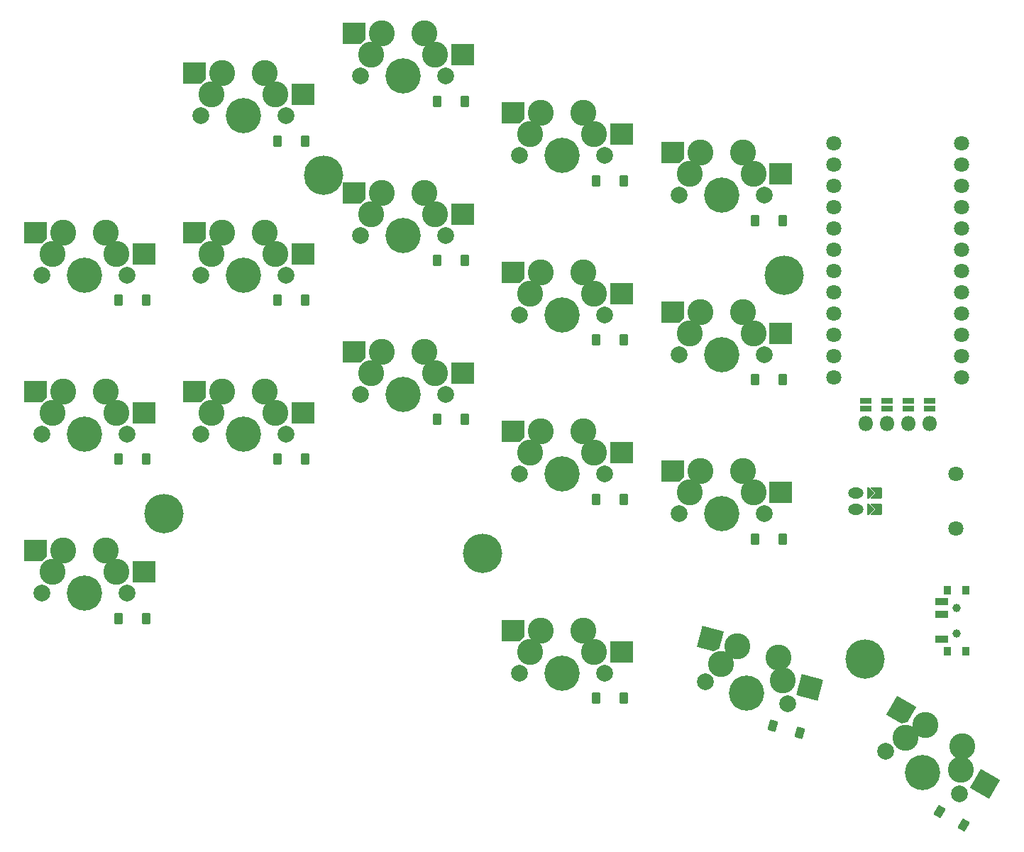
<source format=gbr>
%TF.GenerationSoftware,KiCad,Pcbnew,9.0.7*%
%TF.CreationDate,2026-01-30T15:33:05-05:00*%
%TF.ProjectId,v4,76342e6b-6963-4616-945f-706362585858,rev?*%
%TF.SameCoordinates,Original*%
%TF.FileFunction,Soldermask,Top*%
%TF.FilePolarity,Negative*%
%FSLAX46Y46*%
G04 Gerber Fmt 4.6, Leading zero omitted, Abs format (unit mm)*
G04 Created by KiCad (PCBNEW 9.0.7) date 2026-01-30 15:33:05*
%MOMM*%
%LPD*%
G01*
G04 APERTURE LIST*
G04 Aperture macros list*
%AMRoundRect*
0 Rectangle with rounded corners*
0 $1 Rounding radius*
0 $2 $3 $4 $5 $6 $7 $8 $9 X,Y pos of 4 corners*
0 Add a 4 corners polygon primitive as box body*
4,1,4,$2,$3,$4,$5,$6,$7,$8,$9,$2,$3,0*
0 Add four circle primitives for the rounded corners*
1,1,$1+$1,$2,$3*
1,1,$1+$1,$4,$5*
1,1,$1+$1,$6,$7*
1,1,$1+$1,$8,$9*
0 Add four rect primitives between the rounded corners*
20,1,$1+$1,$2,$3,$4,$5,0*
20,1,$1+$1,$4,$5,$6,$7,0*
20,1,$1+$1,$6,$7,$8,$9,0*
20,1,$1+$1,$8,$9,$2,$3,0*%
%AMFreePoly0*
4,1,16,0.635355,0.285355,0.650000,0.250000,0.650000,-1.000000,0.635355,-1.035355,0.600000,-1.050000,0.564645,-1.035355,0.000000,-0.470710,-0.564645,-1.035355,-0.600000,-1.050000,-0.635355,-1.035355,-0.650000,-1.000000,-0.650000,0.250000,-0.635355,0.285355,-0.600000,0.300000,0.600000,0.300000,0.635355,0.285355,0.635355,0.285355,$1*%
%AMFreePoly1*
4,1,14,0.035355,0.435355,0.635355,-0.164645,0.650000,-0.200000,0.650000,-0.400000,0.635355,-0.435355,0.600000,-0.450000,-0.600000,-0.450000,-0.635355,-0.435355,-0.650000,-0.400000,-0.650000,-0.200000,-0.635355,-0.164645,-0.035355,0.435355,0.000000,0.450000,0.035355,0.435355,0.035355,0.435355,$1*%
%AMFreePoly2*
4,1,14,1.310355,1.285355,1.325000,1.250000,1.325000,-0.750000,1.310355,-0.785355,0.810355,-1.285355,0.775000,-1.300000,-1.275000,-1.300000,-1.310355,-1.285355,-1.325000,-1.250000,-1.325000,1.250000,-1.310355,1.285355,-1.275000,1.300000,1.275000,1.300000,1.310355,1.285355,1.310355,1.285355,$1*%
G04 Aperture macros list end*
%ADD10C,4.700000*%
%ADD11RoundRect,0.050000X0.450000X0.600000X-0.450000X0.600000X-0.450000X-0.600000X0.450000X-0.600000X0*%
%ADD12RoundRect,0.050000X0.589958X0.463087X-0.279375X0.696024X-0.589958X-0.463087X0.279375X-0.696024X0*%
%ADD13C,1.800000*%
%ADD14FreePoly0,270.000000*%
%ADD15O,1.850000X1.300000*%
%ADD16FreePoly1,270.000000*%
%ADD17RoundRect,0.050000X0.400000X-0.500000X0.400000X0.500000X-0.400000X0.500000X-0.400000X-0.500000X0*%
%ADD18C,1.000000*%
%ADD19RoundRect,0.050000X0.750000X-0.350000X0.750000X0.350000X-0.750000X0.350000X-0.750000X-0.350000X0*%
%ADD20RoundRect,0.050000X0.689711X0.294615X-0.089711X0.744615X-0.689711X-0.294615X0.089711X-0.744615X0*%
%ADD21O,1.800000X1.800000*%
%ADD22RoundRect,0.050000X0.600000X-0.300000X0.600000X0.300000X-0.600000X0.300000X-0.600000X-0.300000X0*%
%ADD23C,2.000000*%
%ADD24C,3.100000*%
%ADD25C,4.200000*%
%ADD26RoundRect,0.050000X-1.275000X-1.250000X1.275000X-1.250000X1.275000X1.250000X-1.275000X1.250000X0*%
%ADD27FreePoly2,0.000000*%
%ADD28RoundRect,0.050000X-1.555079X-0.877413X0.908032X-1.537402X1.555079X0.877413X-0.908032X1.537402X0*%
%ADD29FreePoly2,345.000000*%
%ADD30RoundRect,0.050000X-1.729182X-0.445032X0.479182X-1.720032X1.729182X0.445032X-0.479182X1.720032X0*%
%ADD31FreePoly2,330.000000*%
G04 APERTURE END LIST*
D10*
%TO.C,MH1*%
X106610000Y-100510000D03*
%TD*%
%TO.C,MH5*%
X144610000Y-105260000D03*
%TD*%
D11*
%TO.C,D3*%
X104460000Y-75010000D03*
X101160000Y-75010000D03*
%TD*%
%TO.C,D4*%
X123460000Y-94010000D03*
X120160000Y-94010000D03*
%TD*%
D12*
%TO.C,D17*%
X182433098Y-126685096D03*
X179245542Y-125830996D03*
%TD*%
D13*
%TO.C,RST1*%
X201110000Y-95760000D03*
X201110000Y-102260000D03*
%TD*%
D11*
%TO.C,D6*%
X123460000Y-56010000D03*
X120160000Y-56010000D03*
%TD*%
D13*
%TO.C,MCU1*%
X201730000Y-56310000D03*
X201730000Y-58850000D03*
X201730000Y-61390000D03*
X201730000Y-63930000D03*
X201730000Y-66470000D03*
X201730000Y-69010000D03*
X201730000Y-71550000D03*
X201730000Y-74090000D03*
X201730000Y-76630000D03*
X201730000Y-79170000D03*
X201730000Y-81710000D03*
X201730000Y-84250000D03*
X186490000Y-84250000D03*
X186490000Y-81710000D03*
X186490000Y-79170000D03*
X186490000Y-76630000D03*
X186490000Y-74090000D03*
X186490000Y-71550000D03*
X186490000Y-69010000D03*
X186490000Y-66470000D03*
X186490000Y-63930000D03*
X186490000Y-61390000D03*
X186490000Y-58850000D03*
X186490000Y-56310000D03*
%TD*%
D11*
%TO.C,D5*%
X123460000Y-75010000D03*
X120160000Y-75010000D03*
%TD*%
%TO.C,D2*%
X104460000Y-94010000D03*
X101160000Y-94010000D03*
%TD*%
D14*
%TO.C,JST1*%
X191926000Y-100010000D03*
X191926000Y-98010000D03*
D15*
X189110000Y-100010000D03*
X189110000Y-98010000D03*
D16*
X190910000Y-100010000D03*
X190910000Y-98010000D03*
%TD*%
D11*
%TO.C,D13*%
X180460000Y-103510000D03*
X177160000Y-103510000D03*
%TD*%
%TO.C,D14*%
X180460000Y-84510000D03*
X177160000Y-84510000D03*
%TD*%
D10*
%TO.C,MH2*%
X125610000Y-60135000D03*
%TD*%
D17*
%TO.C,PWR1*%
X200025000Y-109610000D03*
X200025000Y-116910000D03*
D18*
X201135000Y-111760000D03*
X201135000Y-114760000D03*
D17*
X202235000Y-109610000D03*
X202235000Y-116910000D03*
D19*
X199375000Y-115510000D03*
X199375000Y-112510000D03*
X199375000Y-111010000D03*
%TD*%
D11*
%TO.C,D15*%
X180460000Y-65510000D03*
X177160000Y-65510000D03*
%TD*%
%TO.C,D9*%
X142460000Y-51260000D03*
X139160000Y-51260000D03*
%TD*%
%TO.C,D11*%
X161460000Y-79760000D03*
X158160000Y-79760000D03*
%TD*%
%TO.C,D16*%
X161460000Y-122510000D03*
X158160000Y-122510000D03*
%TD*%
D20*
%TO.C,D18*%
X201975287Y-137658076D03*
X199117403Y-136008076D03*
%TD*%
D11*
%TO.C,D1*%
X104460000Y-113010000D03*
X101160000Y-113010000D03*
%TD*%
%TO.C,D7*%
X142460000Y-89260000D03*
X139160000Y-89260000D03*
%TD*%
%TO.C,D8*%
X142460000Y-70260000D03*
X139160000Y-70260000D03*
%TD*%
D21*
%TO.C,DISP1*%
X190300000Y-89710000D03*
X192840000Y-89710000D03*
X195380000Y-89710000D03*
X197920000Y-89710000D03*
D22*
X190300000Y-87960000D03*
X192840000Y-87960000D03*
X195380000Y-87960000D03*
X197920000Y-87960000D03*
X190300000Y-87060000D03*
X192840000Y-87060000D03*
X195380000Y-87060000D03*
X197920000Y-87060000D03*
%TD*%
D10*
%TO.C,MH3*%
X190245493Y-117858144D03*
%TD*%
D11*
%TO.C,D10*%
X161460000Y-98760000D03*
X158160000Y-98760000D03*
%TD*%
D10*
%TO.C,MH4*%
X180610000Y-72010000D03*
%TD*%
D11*
%TO.C,D12*%
X161460000Y-60760000D03*
X158160000Y-60760000D03*
%TD*%
D23*
%TO.C,S7*%
X130030000Y-86260000D03*
D24*
X131300000Y-83720000D03*
X132570000Y-81180000D03*
D25*
X135110000Y-86260000D03*
D24*
X137650000Y-81180000D03*
X138920000Y-83720000D03*
D23*
X140190000Y-86260000D03*
D26*
X142195000Y-83720000D03*
D27*
X129268000Y-81180000D03*
%TD*%
D23*
%TO.C,S11*%
X149030000Y-76760000D03*
D24*
X150300000Y-74220000D03*
X151570000Y-71680000D03*
D25*
X154110000Y-76760000D03*
D24*
X156650000Y-71680000D03*
X157920000Y-74220000D03*
D23*
X159190000Y-76760000D03*
D26*
X161195000Y-74220000D03*
D27*
X148268000Y-71680000D03*
%TD*%
D23*
%TO.C,S8*%
X130030000Y-67260000D03*
D24*
X131300000Y-64720000D03*
X132570000Y-62180000D03*
D25*
X135110000Y-67260000D03*
D24*
X137650000Y-62180000D03*
X138920000Y-64720000D03*
D23*
X140190000Y-67260000D03*
D26*
X142195000Y-64720000D03*
D27*
X129268000Y-62180000D03*
%TD*%
D23*
%TO.C,S5*%
X111030000Y-72010000D03*
D24*
X112300000Y-69470000D03*
X113570000Y-66930000D03*
D25*
X116110000Y-72010000D03*
D24*
X118650000Y-66930000D03*
X119920000Y-69470000D03*
D23*
X121190000Y-72010000D03*
D26*
X123195000Y-69470000D03*
D27*
X110268000Y-66930000D03*
%TD*%
D23*
%TO.C,S9*%
X130030000Y-48260000D03*
D24*
X131300000Y-45720000D03*
X132570000Y-43180000D03*
D25*
X135110000Y-48260000D03*
D24*
X137650000Y-43180000D03*
X138920000Y-45720000D03*
D23*
X140190000Y-48260000D03*
D26*
X142195000Y-45720000D03*
D27*
X129268000Y-43180000D03*
%TD*%
D23*
%TO.C,S17*%
X171203097Y-120570199D03*
D24*
X173087223Y-118445448D03*
X174971349Y-116320696D03*
D25*
X176110000Y-121885000D03*
D24*
X179878252Y-117635497D03*
X180447578Y-120417649D03*
D23*
X181016903Y-123199801D03*
D28*
X183610985Y-121265281D03*
D29*
X171781862Y-115466076D03*
%TD*%
D23*
%TO.C,S15*%
X168030000Y-62510000D03*
D24*
X169300000Y-59970000D03*
X170570000Y-57430000D03*
D25*
X173110000Y-62510000D03*
D24*
X175650000Y-57430000D03*
X176920000Y-59970000D03*
D23*
X178190000Y-62510000D03*
D26*
X180195000Y-59970000D03*
D27*
X167268000Y-57430000D03*
%TD*%
D23*
%TO.C,S13*%
X168030000Y-100510000D03*
D24*
X169300000Y-97970000D03*
X170570000Y-95430000D03*
D25*
X173110000Y-100510000D03*
D24*
X175650000Y-95430000D03*
X176920000Y-97970000D03*
D23*
X178190000Y-100510000D03*
D26*
X180195000Y-97970000D03*
D27*
X167268000Y-95430000D03*
%TD*%
D23*
%TO.C,S2*%
X92030000Y-91010000D03*
D24*
X93300000Y-88470000D03*
X94570000Y-85930000D03*
D25*
X97110000Y-91010000D03*
D24*
X99650000Y-85930000D03*
X100920000Y-88470000D03*
D23*
X102190000Y-91010000D03*
D26*
X104195000Y-88470000D03*
D27*
X91268000Y-85930000D03*
%TD*%
D23*
%TO.C,S14*%
X168030000Y-81510000D03*
D24*
X169300000Y-78970000D03*
X170570000Y-76430000D03*
D25*
X173110000Y-81510000D03*
D24*
X175650000Y-76430000D03*
X176920000Y-78970000D03*
D23*
X178190000Y-81510000D03*
D26*
X180195000Y-78970000D03*
D27*
X167268000Y-76430000D03*
%TD*%
D23*
%TO.C,S18*%
X192710591Y-128845000D03*
D24*
X195080443Y-127280295D03*
X197450295Y-125715591D03*
D25*
X197110000Y-131385000D03*
D24*
X201849705Y-128255591D03*
X201679557Y-131090295D03*
D23*
X201509409Y-133925000D03*
D30*
X204515790Y-132727795D03*
D31*
X194590680Y-124064591D03*
%TD*%
D23*
%TO.C,S1*%
X92030000Y-110010000D03*
D24*
X93300000Y-107470000D03*
X94570000Y-104930000D03*
D25*
X97110000Y-110010000D03*
D24*
X99650000Y-104930000D03*
X100920000Y-107470000D03*
D23*
X102190000Y-110010000D03*
D26*
X104195000Y-107470000D03*
D27*
X91268000Y-104930000D03*
%TD*%
D23*
%TO.C,S6*%
X111030000Y-53010000D03*
D24*
X112300000Y-50470000D03*
X113570000Y-47930000D03*
D25*
X116110000Y-53010000D03*
D24*
X118650000Y-47930000D03*
X119920000Y-50470000D03*
D23*
X121190000Y-53010000D03*
D26*
X123195000Y-50470000D03*
D27*
X110268000Y-47930000D03*
%TD*%
D23*
%TO.C,S12*%
X149030000Y-57760000D03*
D24*
X150300000Y-55220000D03*
X151570000Y-52680000D03*
D25*
X154110000Y-57760000D03*
D24*
X156650000Y-52680000D03*
X157920000Y-55220000D03*
D23*
X159190000Y-57760000D03*
D26*
X161195000Y-55220000D03*
D27*
X148268000Y-52680000D03*
%TD*%
D23*
%TO.C,S16*%
X149030000Y-119510000D03*
D24*
X150300000Y-116970000D03*
X151570000Y-114430000D03*
D25*
X154110000Y-119510000D03*
D24*
X156650000Y-114430000D03*
X157920000Y-116970000D03*
D23*
X159190000Y-119510000D03*
D26*
X161195000Y-116970000D03*
D27*
X148268000Y-114430000D03*
%TD*%
D23*
%TO.C,S3*%
X92030000Y-72010000D03*
D24*
X93300000Y-69470000D03*
X94570000Y-66930000D03*
D25*
X97110000Y-72010000D03*
D24*
X99650000Y-66930000D03*
X100920000Y-69470000D03*
D23*
X102190000Y-72010000D03*
D26*
X104195000Y-69470000D03*
D27*
X91268000Y-66930000D03*
%TD*%
D23*
%TO.C,S4*%
X111030000Y-91010000D03*
D24*
X112300000Y-88470000D03*
X113570000Y-85930000D03*
D25*
X116110000Y-91010000D03*
D24*
X118650000Y-85930000D03*
X119920000Y-88470000D03*
D23*
X121190000Y-91010000D03*
D26*
X123195000Y-88470000D03*
D27*
X110268000Y-85930000D03*
%TD*%
D23*
%TO.C,S10*%
X149030000Y-95760000D03*
D24*
X150300000Y-93220000D03*
X151570000Y-90680000D03*
D25*
X154110000Y-95760000D03*
D24*
X156650000Y-90680000D03*
X157920000Y-93220000D03*
D23*
X159190000Y-95760000D03*
D26*
X161195000Y-93220000D03*
D27*
X148268000Y-90680000D03*
%TD*%
M02*

</source>
